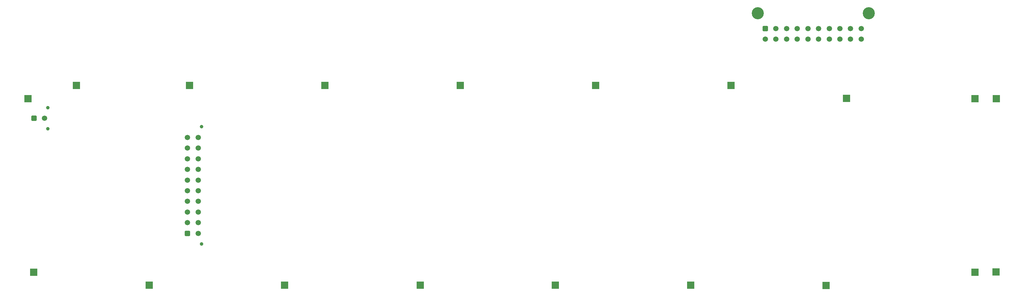
<source format=gbr>
%TF.GenerationSoftware,KiCad,Pcbnew,(6.0.7)*%
%TF.CreationDate,2023-02-26T17:44:05-06:00*%
%TF.ProjectId,Vsense,5673656e-7365-42e6-9b69-6361645f7063,rev?*%
%TF.SameCoordinates,Original*%
%TF.FileFunction,Soldermask,Bot*%
%TF.FilePolarity,Negative*%
%FSLAX46Y46*%
G04 Gerber Fmt 4.6, Leading zero omitted, Abs format (unit mm)*
G04 Created by KiCad (PCBNEW (6.0.7)) date 2023-02-26 17:44:05*
%MOMM*%
%LPD*%
G01*
G04 APERTURE LIST*
G04 Aperture macros list*
%AMRoundRect*
0 Rectangle with rounded corners*
0 $1 Rounding radius*
0 $2 $3 $4 $5 $6 $7 $8 $9 X,Y pos of 4 corners*
0 Add a 4 corners polygon primitive as box body*
4,1,4,$2,$3,$4,$5,$6,$7,$8,$9,$2,$3,0*
0 Add four circle primitives for the rounded corners*
1,1,$1+$1,$2,$3*
1,1,$1+$1,$4,$5*
1,1,$1+$1,$6,$7*
1,1,$1+$1,$8,$9*
0 Add four rect primitives between the rounded corners*
20,1,$1+$1,$2,$3,$4,$5,0*
20,1,$1+$1,$4,$5,$6,$7,0*
20,1,$1+$1,$6,$7,$8,$9,0*
20,1,$1+$1,$8,$9,$2,$3,0*%
G04 Aperture macros list end*
%ADD10C,1.000000*%
%ADD11RoundRect,0.250001X0.499999X-0.499999X0.499999X0.499999X-0.499999X0.499999X-0.499999X-0.499999X0*%
%ADD12C,1.500000*%
%ADD13R,2.000000X2.000000*%
%ADD14RoundRect,0.250001X-0.499999X-0.499999X0.499999X-0.499999X0.499999X0.499999X-0.499999X0.499999X0*%
%ADD15C,3.410000*%
G04 APERTURE END LIST*
D10*
%TO.C,VSense1*%
X121775000Y-151250000D03*
X121775000Y-118250000D03*
D11*
X117835000Y-148250000D03*
D12*
X117835000Y-145250000D03*
X117835000Y-142250000D03*
X117835000Y-139250000D03*
X117835000Y-136250000D03*
X117835000Y-133250000D03*
X117835000Y-130250000D03*
X117835000Y-127250000D03*
X117835000Y-124250000D03*
X117835000Y-121250000D03*
X120835000Y-148250000D03*
X120835000Y-145250000D03*
X120835000Y-142250000D03*
X120835000Y-139250000D03*
X120835000Y-136250000D03*
X120835000Y-133250000D03*
X120835000Y-130250000D03*
X120835000Y-127250000D03*
X120835000Y-124250000D03*
X120835000Y-121250000D03*
%TD*%
D13*
%TO.C,Cell(8+)1*%
X194600000Y-106625000D03*
%TD*%
%TO.C,Cell(3+)1*%
X107050000Y-162875000D03*
%TD*%
%TO.C,Cell(9+)1*%
X221375000Y-162875000D03*
%TD*%
%TO.C,Cell(16+)1*%
X339500000Y-110375000D03*
%TD*%
%TO.C,Cell(5+)1*%
X145175000Y-162875000D03*
%TD*%
%TO.C,Cell(2+)1*%
X86550000Y-106625000D03*
%TD*%
%TO.C,Cell(12+)1*%
X270825000Y-106625000D03*
%TD*%
D14*
%TO.C,VSenseAUX1*%
X280450000Y-90585000D03*
D12*
X283450000Y-90585000D03*
X286450000Y-90585000D03*
X289450000Y-90585000D03*
X292450000Y-90585000D03*
X295450000Y-90585000D03*
X298450000Y-90585000D03*
X301450000Y-90585000D03*
X304450000Y-90585000D03*
X307450000Y-90585000D03*
X280450000Y-93585000D03*
X283450000Y-93585000D03*
X286450000Y-93585000D03*
X289450000Y-93585000D03*
X292450000Y-93585000D03*
X295450000Y-93585000D03*
X298450000Y-93585000D03*
X301450000Y-93585000D03*
X304450000Y-93585000D03*
X307450000Y-93585000D03*
D15*
X278300000Y-86265000D03*
X309600000Y-86265000D03*
%TD*%
D10*
%TO.C,Cell_Diff1*%
X78565000Y-118850000D03*
X78565000Y-112850000D03*
D11*
X74625000Y-115850000D03*
D12*
X77625000Y-115850000D03*
%TD*%
D13*
%TO.C,Cell(11+)1*%
X259475000Y-162850000D03*
%TD*%
%TO.C,Cell(13+)1*%
X297575000Y-162900000D03*
%TD*%
%TO.C,Cell(6+)1*%
X156525000Y-106625000D03*
%TD*%
%TO.C,Cell(18+)1*%
X345450000Y-110375000D03*
%TD*%
%TO.C,Cell(10+)1*%
X232725000Y-106625000D03*
%TD*%
%TO.C,Cell(1-)1*%
X72925000Y-110325000D03*
%TD*%
%TO.C,Cell(7+)1*%
X183300000Y-162850000D03*
%TD*%
%TO.C,Cell(17+)1*%
X345395000Y-159120000D03*
%TD*%
%TO.C,Cell(15+)1*%
X339450000Y-159175000D03*
%TD*%
%TO.C,Cell(4+)1*%
X118375000Y-106625000D03*
%TD*%
%TO.C,Cell(1+)1*%
X74550000Y-159175000D03*
%TD*%
%TO.C,Cell(14+)1*%
X303275000Y-110275000D03*
%TD*%
M02*

</source>
